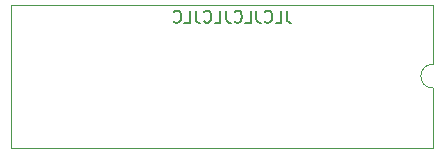
<source format=gbr>
%TF.GenerationSoftware,KiCad,Pcbnew,(5.99.0-11667-g1edb96cc5b)*%
%TF.CreationDate,2021-10-01T11:57:37+02:00*%
%TF.ProjectId,tosadapter,746f7361-6461-4707-9465-722e6b696361,rev?*%
%TF.SameCoordinates,Original*%
%TF.FileFunction,Legend,Bot*%
%TF.FilePolarity,Positive*%
%FSLAX46Y46*%
G04 Gerber Fmt 4.6, Leading zero omitted, Abs format (unit mm)*
G04 Created by KiCad (PCBNEW (5.99.0-11667-g1edb96cc5b)) date 2021-10-01 11:57:37*
%MOMM*%
%LPD*%
G01*
G04 APERTURE LIST*
%ADD10C,0.150000*%
%ADD11C,0.120000*%
G04 APERTURE END LIST*
D10*
X139099047Y-86852380D02*
X139099047Y-87566666D01*
X139146666Y-87709523D01*
X139241904Y-87804761D01*
X139384761Y-87852380D01*
X139480000Y-87852380D01*
X138146666Y-87852380D02*
X138622857Y-87852380D01*
X138622857Y-86852380D01*
X137241904Y-87757142D02*
X137289523Y-87804761D01*
X137432380Y-87852380D01*
X137527619Y-87852380D01*
X137670476Y-87804761D01*
X137765714Y-87709523D01*
X137813333Y-87614285D01*
X137860952Y-87423809D01*
X137860952Y-87280952D01*
X137813333Y-87090476D01*
X137765714Y-86995238D01*
X137670476Y-86900000D01*
X137527619Y-86852380D01*
X137432380Y-86852380D01*
X137289523Y-86900000D01*
X137241904Y-86947619D01*
X136527619Y-86852380D02*
X136527619Y-87566666D01*
X136575238Y-87709523D01*
X136670476Y-87804761D01*
X136813333Y-87852380D01*
X136908571Y-87852380D01*
X135575238Y-87852380D02*
X136051428Y-87852380D01*
X136051428Y-86852380D01*
X134670476Y-87757142D02*
X134718095Y-87804761D01*
X134860952Y-87852380D01*
X134956190Y-87852380D01*
X135099047Y-87804761D01*
X135194285Y-87709523D01*
X135241904Y-87614285D01*
X135289523Y-87423809D01*
X135289523Y-87280952D01*
X135241904Y-87090476D01*
X135194285Y-86995238D01*
X135099047Y-86900000D01*
X134956190Y-86852380D01*
X134860952Y-86852380D01*
X134718095Y-86900000D01*
X134670476Y-86947619D01*
X133956190Y-86852380D02*
X133956190Y-87566666D01*
X134003809Y-87709523D01*
X134099047Y-87804761D01*
X134241904Y-87852380D01*
X134337142Y-87852380D01*
X133003809Y-87852380D02*
X133480000Y-87852380D01*
X133480000Y-86852380D01*
X132099047Y-87757142D02*
X132146666Y-87804761D01*
X132289523Y-87852380D01*
X132384761Y-87852380D01*
X132527619Y-87804761D01*
X132622857Y-87709523D01*
X132670476Y-87614285D01*
X132718095Y-87423809D01*
X132718095Y-87280952D01*
X132670476Y-87090476D01*
X132622857Y-86995238D01*
X132527619Y-86900000D01*
X132384761Y-86852380D01*
X132289523Y-86852380D01*
X132146666Y-86900000D01*
X132099047Y-86947619D01*
X131384761Y-86852380D02*
X131384761Y-87566666D01*
X131432380Y-87709523D01*
X131527619Y-87804761D01*
X131670476Y-87852380D01*
X131765714Y-87852380D01*
X130432380Y-87852380D02*
X130908571Y-87852380D01*
X130908571Y-86852380D01*
X129527619Y-87757142D02*
X129575238Y-87804761D01*
X129718095Y-87852380D01*
X129813333Y-87852380D01*
X129956190Y-87804761D01*
X130051428Y-87709523D01*
X130099047Y-87614285D01*
X130146666Y-87423809D01*
X130146666Y-87280952D01*
X130099047Y-87090476D01*
X130051428Y-86995238D01*
X129956190Y-86900000D01*
X129813333Y-86852380D01*
X129718095Y-86852380D01*
X129575238Y-86900000D01*
X129527619Y-86947619D01*
%TO.C, *%
D11*
X151450000Y-98450000D02*
X115770000Y-98450000D01*
X115770000Y-86330000D02*
X151450000Y-86330000D01*
X151450000Y-86330000D02*
X151450000Y-91390000D01*
X115770000Y-98450000D02*
X115770000Y-86330000D01*
X151450000Y-93390000D02*
X151450000Y-98450000D01*
X151450000Y-91390000D02*
G75*
G03*
X151450000Y-93390000I0J-1000000D01*
G01*
%TD*%
M02*

</source>
